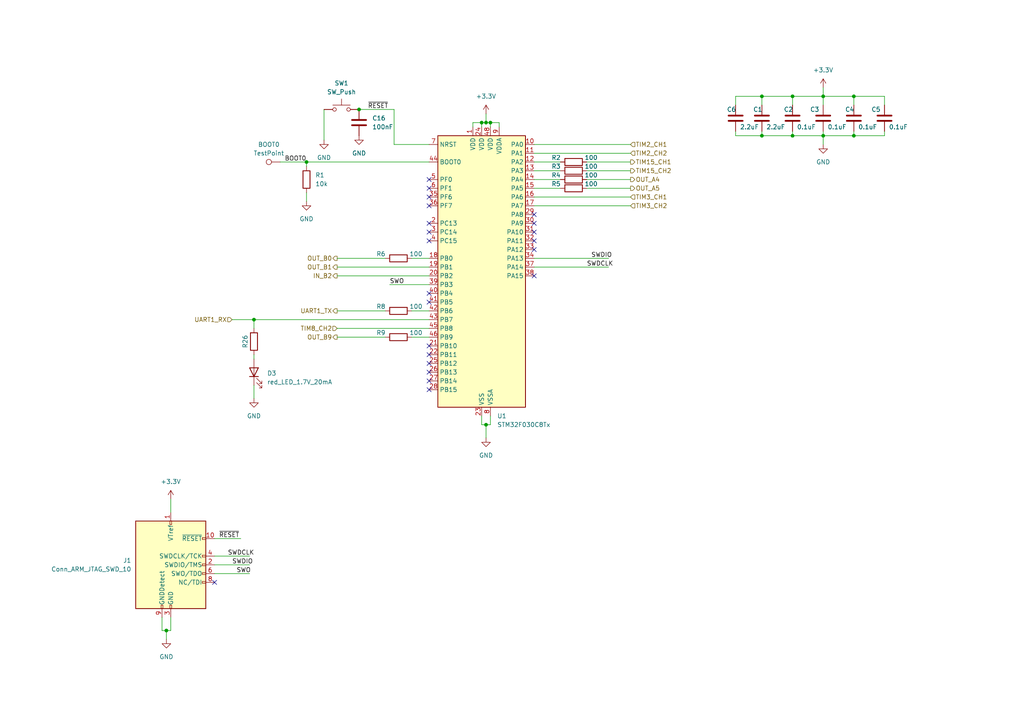
<source format=kicad_sch>
(kicad_sch (version 20230121) (generator eeschema)
  (paper "A4")
  (lib_symbols
    (symbol "Connector:Conn_ARM_JTAG_SWD_10" (pin_names (offset 1.016))
      (property "Reference" "J" (at -2.54 16.51 0))
      (property "Value" "Conn_ARM_JTAG_SWD_10" (at -2.54 13.97 0))
      (symbol "Conn_ARM_JTAG_SWD_10_0_1"
        (rectangle (start -10.16 12.7) (end 10.16 -12.7) (stroke (width 0.254)) (fill (type background)))
        (rectangle (start -2.794 -12.7) (end -2.286 -11.684))
        (rectangle (start -0.254 -12.7) (end 0.254 -11.684))
        (rectangle (start -0.254 12.7) (end 0.254 11.684))
        (rectangle (start 9.144 2.286) (end 10.16 2.794))
        (rectangle (start 10.16 -2.794) (end 9.144 -2.286))
        (rectangle (start 10.16 -0.254) (end 9.144 0.254))
        (rectangle (start 10.16 7.874) (end 9.144 7.366))
      )
      (symbol "Conn_ARM_JTAG_SWD_10_1_1"
        (rectangle (start 9.144 -5.334) (end 10.16 -4.826))
        (pin power_in line (at 0 15.24 270) (length 2.54) (name "VTref") (number "1"))
        (pin open_collector line (at 12.7 7.62 180) (length 2.54) (name "~{RESET}") (number "10"))
        (pin bidirectional line (at 12.7 0 180) (length 2.54) (name "SWDIO/TMS") (number "2"))
        (pin power_in line (at 0 -15.24 90) (length 2.54) (name "GND") (number "3"))
        (pin output line (at 12.7 2.54 180) (length 2.54) (name "SWDCLK/TCK") (number "4"))
        (pin passive line (at 0 -15.24 90) (length 2.54) hide (name "GND") (number "5"))
        (pin input line (at 12.7 -2.54 180) (length 2.54) (name "SWO/TDO") (number "6"))
        (pin no_connect line (at -10.16 0 0) (length 2.54) hide (name "KEY") (number "7"))
        (pin output line (at 12.7 -5.08 180) (length 2.54) (name "NC/TDI") (number "8"))
        (pin passive line (at -2.54 -15.24 90) (length 2.54) (name "GNDDetect") (number "9"))
      )
    )
    (symbol "Connector:TestPoint" (pin_numbers hide) (pin_names (offset 0.762) hide)
      (property "Reference" "TP" (at 0 6.858 0))
      (property "Value" "TestPoint" (at 0 5.08 0))
      (symbol "TestPoint_0_1"
        (circle (center 0 3.302) (radius 0.762))
      )
      (symbol "TestPoint_1_1"
        (pin passive line (at 0 0 90) (length 2.54) (name "1") (number "1"))
      )
    )
    (symbol "Device:C" (pin_numbers hide) (pin_names (offset 0.254))
      (property "Reference" "C" (at 0.635 2.54 0))
      (property "Value" "C" (at 0.635 -2.54 0))
      (symbol "C_0_1"
        (polyline (pts (xy -2.032 -0.762) (xy 2.032 -0.762)) (stroke (width 0.508)))
        (polyline (pts (xy -2.032 0.762) (xy 2.032 0.762)) (stroke (width 0.508)))
      )
      (symbol "C_1_1"
        (pin passive line (at 0 3.81 270) (length 2.794) (name "~") (number "1"))
        (pin passive line (at 0 -3.81 90) (length 2.794) (name "~") (number "2"))
      )
    )
    (symbol "Device:LED" (pin_numbers hide) (pin_names (offset 1.016) hide)
      (property "Reference" "D" (at 0 2.54 0))
      (property "Value" "LED" (at 0 -2.54 0))
      (symbol "LED_0_1"
        (polyline (pts (xy -1.27 -1.27) (xy -1.27 1.27)) (stroke (width 0.254)))
        (polyline (pts (xy -1.27 0) (xy 1.27 0)))
        (polyline (pts (xy 1.27 -1.27) (xy 1.27 1.27) (xy -1.27 0) (xy 1.27 -1.27)) (stroke (width 0.254)))
        (polyline (pts (xy -3.048 -0.762) (xy -4.572 -2.286) (xy -3.81 -2.286) (xy -4.572 -2.286) (xy -4.572 -1.524)))
        (polyline (pts (xy -1.778 -0.762) (xy -3.302 -2.286) (xy -2.54 -2.286) (xy -3.302 -2.286) (xy -3.302 -1.524)))
      )
      (symbol "LED_1_1"
        (pin passive line (at -3.81 0 0) (length 2.54) (name "K") (number "1"))
        (pin passive line (at 3.81 0 180) (length 2.54) (name "A") (number "2"))
      )
    )
    (symbol "Device:R" (pin_numbers hide) (pin_names (offset 0))
      (property "Reference" "R" (at 2.032 0 90))
      (property "Value" "R" (at 0 0 90))
      (symbol "R_0_1"
        (rectangle (start -1.016 -2.54) (end 1.016 2.54) (stroke (width 0.254)))
      )
      (symbol "R_1_1"
        (pin passive line (at 0 3.81 270) (length 1.27) (name "~") (number "1"))
        (pin passive line (at 0 -3.81 90) (length 1.27) (name "~") (number "2"))
      )
    )
    (symbol "MCU_ST_STM32F0:STM32F030C8Tx"
      (property "Reference" "U" (at -12.7 41.91 0))
      (property "Value" "STM32F030C8Tx" (at 7.62 41.91 0))
      (symbol "STM32F030C8Tx_0_1"
        (rectangle (start -12.7 -38.1) (end 12.7 40.64) (stroke (width 0.254)) (fill (type background)))
      )
      (symbol "STM32F030C8Tx_1_1"
        (pin power_in line (at -2.54 43.18 270) (length 2.54) (name "VDD") (number "1"))
        (pin bidirectional line (at 15.24 38.1 180) (length 2.54) (name "PA0") (number "10"))
        (pin bidirectional line (at 15.24 35.56 180) (length 2.54) (name "PA1") (number "11"))
        (pin bidirectional line (at 15.24 33.02 180) (length 2.54) (name "PA2") (number "12"))
        (pin bidirectional line (at 15.24 30.48 180) (length 2.54) (name "PA3") (number "13"))
        (pin bidirectional line (at 15.24 27.94 180) (length 2.54) (name "PA4") (number "14"))
        (pin bidirectional line (at 15.24 25.4 180) (length 2.54) (name "PA5") (number "15"))
        (pin bidirectional line (at 15.24 22.86 180) (length 2.54) (name "PA6") (number "16"))
        (pin bidirectional line (at 15.24 20.32 180) (length 2.54) (name "PA7") (number "17"))
        (pin bidirectional line (at -15.24 5.08 0) (length 2.54) (name "PB0") (number "18"))
        (pin bidirectional line (at -15.24 2.54 0) (length 2.54) (name "PB1") (number "19"))
        (pin bidirectional line (at -15.24 15.24 0) (length 2.54) (name "PC13") (number "2"))
        (pin bidirectional line (at -15.24 0 0) (length 2.54) (name "PB2") (number "20"))
        (pin bidirectional line (at -15.24 -20.32 0) (length 2.54) (name "PB10") (number "21"))
        (pin bidirectional line (at -15.24 -22.86 0) (length 2.54) (name "PB11") (number "22"))
        (pin power_in line (at 0 -40.64 90) (length 2.54) (name "VSS") (number "23"))
        (pin power_in line (at 0 43.18 270) (length 2.54) (name "VDD") (number "24"))
        (pin bidirectional line (at -15.24 -25.4 0) (length 2.54) (name "PB12") (number "25"))
        (pin bidirectional line (at -15.24 -27.94 0) (length 2.54) (name "PB13") (number "26"))
        (pin bidirectional line (at -15.24 -30.48 0) (length 2.54) (name "PB14") (number "27"))
        (pin bidirectional line (at -15.24 -33.02 0) (length 2.54) (name "PB15") (number "28"))
        (pin bidirectional line (at 15.24 17.78 180) (length 2.54) (name "PA8") (number "29"))
        (pin bidirectional line (at -15.24 12.7 0) (length 2.54) (name "PC14") (number "3"))
        (pin bidirectional line (at 15.24 15.24 180) (length 2.54) (name "PA9") (number "30"))
        (pin bidirectional line (at 15.24 12.7 180) (length 2.54) (name "PA10") (number "31"))
        (pin bidirectional line (at 15.24 10.16 180) (length 2.54) (name "PA11") (number "32"))
        (pin bidirectional line (at 15.24 7.62 180) (length 2.54) (name "PA12") (number "33"))
        (pin bidirectional line (at 15.24 5.08 180) (length 2.54) (name "PA13") (number "34"))
        (pin bidirectional line (at -15.24 22.86 0) (length 2.54) (name "PF6") (number "35"))
        (pin bidirectional line (at -15.24 20.32 0) (length 2.54) (name "PF7") (number "36"))
        (pin bidirectional line (at 15.24 2.54 180) (length 2.54) (name "PA14") (number "37"))
        (pin bidirectional line (at 15.24 0 180) (length 2.54) (name "PA15") (number "38"))
        (pin bidirectional line (at -15.24 -2.54 0) (length 2.54) (name "PB3") (number "39"))
        (pin bidirectional line (at -15.24 10.16 0) (length 2.54) (name "PC15") (number "4"))
        (pin bidirectional line (at -15.24 -5.08 0) (length 2.54) (name "PB4") (number "40"))
        (pin bidirectional line (at -15.24 -7.62 0) (length 2.54) (name "PB5") (number "41"))
        (pin bidirectional line (at -15.24 -10.16 0) (length 2.54) (name "PB6") (number "42"))
        (pin bidirectional line (at -15.24 -12.7 0) (length 2.54) (name "PB7") (number "43"))
        (pin input line (at -15.24 33.02 0) (length 2.54) (name "BOOT0") (number "44"))
        (pin bidirectional line (at -15.24 -15.24 0) (length 2.54) (name "PB8") (number "45"))
        (pin bidirectional line (at -15.24 -17.78 0) (length 2.54) (name "PB9") (number "46"))
        (pin passive line (at 0 -40.64 90) (length 2.54) hide (name "VSS") (number "47"))
        (pin power_in line (at 2.54 43.18 270) (length 2.54) (name "VDD") (number "48"))
        (pin bidirectional line (at -15.24 27.94 0) (length 2.54) (name "PF0") (number "5"))
        (pin bidirectional line (at -15.24 25.4 0) (length 2.54) (name "PF1") (number "6"))
        (pin input line (at -15.24 38.1 0) (length 2.54) (name "NRST") (number "7"))
        (pin power_in line (at 2.54 -40.64 90) (length 2.54) (name "VSSA") (number "8"))
        (pin power_in line (at 5.08 43.18 270) (length 2.54) (name "VDDA") (number "9"))
      )
    )
    (symbol "Switch:SW_Push" (pin_numbers hide) (pin_names (offset 1.016) hide)
      (property "Reference" "SW" (at 1.27 2.54 0))
      (property "Value" "SW_Push" (at 0 -1.524 0))
      (symbol "SW_Push_0_1"
        (circle (center -2.032 0) (radius 0.508))
        (polyline (pts (xy 0 1.27) (xy 0 3.048)))
        (polyline (pts (xy 2.54 1.27) (xy -2.54 1.27)))
        (circle (center 2.032 0) (radius 0.508))
        (pin passive line (at -5.08 0 0) (length 2.54) (name "1") (number "1"))
        (pin passive line (at 5.08 0 180) (length 2.54) (name "2") (number "2"))
      )
    )
    (symbol "power:+3.3V" (power) (pin_names (offset 0))
      (property "Value" "+3.3V" (at 0 3.556 0))
      (symbol "+3.3V_0_1"
        (polyline (pts (xy -0.762 1.27) (xy 0 2.54)))
        (polyline (pts (xy 0 0) (xy 0 2.54)))
        (polyline (pts (xy 0 2.54) (xy 0.762 1.27)))
      )
      (symbol "+3.3V_1_1"
        (pin power_in line (at 0 0 90) (length 0) hide (name "+3.3V") (number "1"))
      )
    )
    (symbol "power:GND" (power) (pin_names (offset 0))
      (property "Value" "GND" (at 0 -3.81 0))
      (symbol "GND_0_1"
        (polyline (pts (xy 0 0) (xy 0 -1.27) (xy 1.27 -1.27) (xy 0 -2.54) (xy -1.27 -1.27) (xy 0 -1.27)))
      )
      (symbol "GND_1_1"
        (pin power_in line (at 0 0 270) (length 0) hide (name "GND") (number "1"))
      )
    )
  )
  (junction (at 104.14 31.75))
  (junction (at 247.65 27.94))
  (junction (at 140.97 123.19))
  (junction (at 142.24 35.56))
  (junction (at 229.87 27.94))
  (junction (at 220.98 27.94))
  (junction (at 48.26 182.88))
  (junction (at 139.7 35.56))
  (junction (at 238.76 39.37))
  (junction (at 73.66 92.71))
  (junction (at 229.87 39.37))
  (junction (at 220.98 39.37))
  (junction (at 238.76 27.94))
  (junction (at 140.97 35.56))
  (junction (at 247.65 39.37))
  (junction (at 88.9 46.99))
  (no_connect (at 124.46 69.85))
  (no_connect (at 154.94 62.23))
  (no_connect (at 124.46 105.41))
  (no_connect (at 124.46 102.87))
  (no_connect (at 154.94 80.01))
  (no_connect (at 124.46 54.61))
  (no_connect (at 124.46 57.15))
  (no_connect (at 124.46 110.49))
  (no_connect (at 124.46 85.09))
  (no_connect (at 154.94 69.85))
  (no_connect (at 124.46 52.07))
  (no_connect (at 154.94 67.31))
  (no_connect (at 124.46 64.77))
  (no_connect (at 154.94 64.77))
  (no_connect (at 124.46 67.31))
  (no_connect (at 124.46 59.69))
  (no_connect (at 124.46 107.95))
  (no_connect (at 154.94 72.39))
  (no_connect (at 124.46 87.63))
  (no_connect (at 124.46 100.33))
  (no_connect (at 62.23 168.91))
  (no_connect (at 124.46 113.03))
  (wire (pts (xy 140.97 123.19) (xy 140.97 127)))
  (wire (pts (xy 137.16 36.83) (xy 137.16 35.56)))
  (wire (pts (xy 49.53 144.78) (xy 49.53 148.59)))
  (wire (pts (xy 154.94 57.15) (xy 182.88 57.15)))
  (wire (pts (xy 88.9 46.99) (xy 88.9 48.26)))
  (wire (pts (xy 154.94 59.69) (xy 182.88 59.69)))
  (wire (pts (xy 170.18 52.07) (xy 182.88 52.07)))
  (wire (pts (xy 137.16 35.56) (xy 139.7 35.56)))
  (wire (pts (xy 213.36 39.37) (xy 220.98 39.37)))
  (wire (pts (xy 62.23 161.29) (xy 72.39 161.29)))
  (wire (pts (xy 154.94 41.91) (xy 182.88 41.91)))
  (wire (pts (xy 220.98 38.1) (xy 220.98 39.37)))
  (wire (pts (xy 220.98 27.94) (xy 229.87 27.94)))
  (wire (pts (xy 247.65 38.1) (xy 247.65 39.37)))
  (wire (pts (xy 256.54 30.48) (xy 256.54 27.94)))
  (wire (pts (xy 97.79 80.01) (xy 124.46 80.01)))
  (wire (pts (xy 88.9 55.88) (xy 88.9 58.42)))
  (wire (pts (xy 256.54 38.1) (xy 256.54 39.37)))
  (wire (pts (xy 154.94 49.53) (xy 162.56 49.53)))
  (wire (pts (xy 119.38 74.93) (xy 124.46 74.93)))
  (wire (pts (xy 140.97 35.56) (xy 139.7 35.56)))
  (wire (pts (xy 97.79 74.93) (xy 111.76 74.93)))
  (wire (pts (xy 93.98 31.75) (xy 93.98 40.64)))
  (wire (pts (xy 144.78 35.56) (xy 142.24 35.56)))
  (wire (pts (xy 229.87 27.94) (xy 238.76 27.94)))
  (wire (pts (xy 170.18 49.53) (xy 182.88 49.53)))
  (wire (pts (xy 73.66 92.71) (xy 73.66 95.25)))
  (wire (pts (xy 154.94 54.61) (xy 162.56 54.61)))
  (wire (pts (xy 139.7 123.19) (xy 140.97 123.19)))
  (wire (pts (xy 154.94 46.99) (xy 162.56 46.99)))
  (wire (pts (xy 238.76 39.37) (xy 238.76 41.91)))
  (wire (pts (xy 114.3 41.91) (xy 124.46 41.91)))
  (wire (pts (xy 256.54 27.94) (xy 247.65 27.94)))
  (wire (pts (xy 88.9 46.99) (xy 124.46 46.99)))
  (wire (pts (xy 62.23 166.37) (xy 72.39 166.37)))
  (wire (pts (xy 81.28 46.99) (xy 88.9 46.99)))
  (wire (pts (xy 229.87 30.48) (xy 229.87 27.94)))
  (wire (pts (xy 229.87 39.37) (xy 238.76 39.37)))
  (wire (pts (xy 154.94 52.07) (xy 162.56 52.07)))
  (wire (pts (xy 97.79 97.79) (xy 111.76 97.79)))
  (wire (pts (xy 67.31 92.71) (xy 73.66 92.71)))
  (wire (pts (xy 213.36 38.1) (xy 213.36 39.37)))
  (wire (pts (xy 73.66 111.76) (xy 73.66 115.57)))
  (wire (pts (xy 46.99 179.07) (xy 46.99 182.88)))
  (wire (pts (xy 220.98 39.37) (xy 229.87 39.37)))
  (wire (pts (xy 97.79 90.17) (xy 111.76 90.17)))
  (wire (pts (xy 213.36 27.94) (xy 220.98 27.94)))
  (wire (pts (xy 114.3 31.75) (xy 114.3 41.91)))
  (wire (pts (xy 48.26 182.88) (xy 48.26 185.42)))
  (wire (pts (xy 46.99 182.88) (xy 48.26 182.88)))
  (wire (pts (xy 256.54 39.37) (xy 247.65 39.37)))
  (wire (pts (xy 154.94 77.47) (xy 176.53 77.47)))
  (wire (pts (xy 238.76 27.94) (xy 238.76 30.48)))
  (wire (pts (xy 113.03 82.55) (xy 124.46 82.55)))
  (wire (pts (xy 73.66 102.87) (xy 73.66 104.14)))
  (wire (pts (xy 220.98 30.48) (xy 220.98 27.94)))
  (wire (pts (xy 119.38 90.17) (xy 124.46 90.17)))
  (wire (pts (xy 97.79 95.25) (xy 124.46 95.25)))
  (wire (pts (xy 139.7 35.56) (xy 139.7 36.83)))
  (wire (pts (xy 97.79 77.47) (xy 124.46 77.47)))
  (wire (pts (xy 142.24 123.19) (xy 140.97 123.19)))
  (wire (pts (xy 119.38 97.79) (xy 124.46 97.79)))
  (wire (pts (xy 49.53 179.07) (xy 49.53 182.88)))
  (wire (pts (xy 139.7 120.65) (xy 139.7 123.19)))
  (wire (pts (xy 144.78 36.83) (xy 144.78 35.56)))
  (wire (pts (xy 140.97 33.02) (xy 140.97 35.56)))
  (wire (pts (xy 154.94 74.93) (xy 176.53 74.93)))
  (wire (pts (xy 142.24 35.56) (xy 140.97 35.56)))
  (wire (pts (xy 238.76 38.1) (xy 238.76 39.37)))
  (wire (pts (xy 238.76 25.4) (xy 238.76 27.94)))
  (wire (pts (xy 229.87 38.1) (xy 229.87 39.37)))
  (wire (pts (xy 170.18 46.99) (xy 182.88 46.99)))
  (wire (pts (xy 104.14 31.75) (xy 114.3 31.75)))
  (wire (pts (xy 154.94 44.45) (xy 182.88 44.45)))
  (wire (pts (xy 170.18 54.61) (xy 182.88 54.61)))
  (wire (pts (xy 247.65 39.37) (xy 238.76 39.37)))
  (wire (pts (xy 62.23 163.83) (xy 72.39 163.83)))
  (wire (pts (xy 247.65 27.94) (xy 238.76 27.94)))
  (wire (pts (xy 73.66 92.71) (xy 124.46 92.71)))
  (wire (pts (xy 62.23 156.21) (xy 69.85 156.21)))
  (wire (pts (xy 247.65 30.48) (xy 247.65 27.94)))
  (wire (pts (xy 213.36 30.48) (xy 213.36 27.94)))
  (wire (pts (xy 142.24 120.65) (xy 142.24 123.19)))
  (wire (pts (xy 49.53 182.88) (xy 48.26 182.88)))
  (wire (pts (xy 142.24 36.83) (xy 142.24 35.56)))
  (label "SWDCLK" (at 170.18 77.47 0))
  (label "SWDIO" (at 67.31 163.83 0))
  (label "SWDCLK" (at 66.04 161.29 0))
  (label "SWO" (at 113.03 82.55 0))
  (label "SWO" (at 68.58 166.37 0))
  (label "~{RESET}" (at 106.68 31.75 0))
  (label "SWDIO" (at 171.45 74.93 0))
  (label "BOOT0" (at 82.55 46.99 0))
  (label "~{RESET}" (at 63.5 156.21 0))
  (hierarchical_label "UART1_RX" (shape input) (at 67.31 92.71 180))
  (hierarchical_label "TIM3_CH1" (shape input) (at 182.88 57.15 0))
  (hierarchical_label "OUT_B9" (shape output) (at 97.79 97.79 180))
  (hierarchical_label "TIM2_CH2" (shape input) (at 182.88 44.45 0))
  (hierarchical_label "UART1_TX" (shape output) (at 97.79 90.17 180))
  (hierarchical_label "IN_B2" (shape output) (at 97.79 80.01 180))
  (hierarchical_label "TIM15_CH1" (shape output) (at 182.88 46.99 0))
  (hierarchical_label "TIM8_CH2" (shape input) (at 97.79 95.25 180))
  (hierarchical_label "TIM2_CH1" (shape input) (at 182.88 41.91 0))
  (hierarchical_label "OUT_A4" (shape output) (at 182.88 52.07 0))
  (hierarchical_label "OUT_B1" (shape output) (at 97.79 77.47 180))
  (hierarchical_label "OUT_A5" (shape output) (at 182.88 54.61 0))
  (hierarchical_label "OUT_B0" (shape output) (at 97.79 74.93 180))
  (hierarchical_label "TIM15_CH2" (shape output) (at 182.88 49.53 0))
  (hierarchical_label "TIM3_CH2" (shape input) (at 182.88 59.69 0))
  (symbol (lib_id "power:GND") (at 93.98 40.64 0) (unit 1)
    (property "Reference" "#PWR026" (effects hide))
    (property "Value" "GND" (at 93.98 45.72 0))
  )
  (symbol (lib_id "Device:R") (at 88.9 52.07 0) (unit 1)
    (property "Reference" "R1" (at 91.44 50.8 0) (effects (justify left)))
    (property "Value" "10k" (at 91.44 53.34 0) (effects (justify left)))
    (property "Footprint" "Resistor_SMD:R_0603_1608Metric" (effects hide))
  )
  (symbol (lib_id "Device:R") (at 73.66 99.06 180) (unit 1)
    (property "Reference" "R26" (at 71.12 99.06 90))
    (property "Value" "85" (effects hide))
    (property "Footprint" "Resistor_SMD:R_0603_1608Metric" (effects hide))
  )
  (symbol (lib_id "Device:C") (at 213.36 34.29 0) (unit 1)
    (property "Reference" "C6" (at 210.82 31.75 0) (effects (justify left)))
    (property "Value" "2.2uF" (at 214.63 36.83 0) (effects (justify left)))
    (property "Footprint" "Capacitor_SMD:C_0603_1608Metric" (effects hide))
  )
  (symbol (lib_id "power:GND") (at 48.26 185.42 0) (unit 1)
    (property "Reference" "#PWR06" (effects hide))
    (property "Value" "GND" (at 48.26 190.5 0))
  )
  (symbol (lib_id "Device:C") (at 229.87 34.29 0) (unit 1)
    (property "Reference" "C2" (at 227.33 31.75 0) (effects (justify left)))
    (property "Value" "0.1uF" (at 231.14 36.83 0) (effects (justify left)))
    (property "Footprint" "Capacitor_SMD:C_0603_1608Metric" (effects hide))
  )
  (symbol (lib_id "Connector:TestPoint") (at 81.28 46.99 90) (unit 1)
    (property "Reference" "BOOT0" (at 77.978 41.91 90))
    (property "Value" "TestPoint" (at 77.978 44.45 90))
    (property "Footprint" "TestPoint:TestPoint_Pad_D1.5mm" (effects hide))
  )
  (symbol (lib_id "power:GND") (at 238.76 41.91 0) (unit 1)
    (property "Reference" "#PWR04" (effects hide))
    (property "Value" "GND" (at 238.76 46.99 0))
  )
  (symbol (lib_id "Connector:Conn_ARM_JTAG_SWD_10") (at 49.53 163.83 0) (unit 1)
    (property "Reference" "J1" (at 38.1 162.56 0) (effects (justify right)))
    (property "Value" "Conn_ARM_JTAG_SWD_10" (at 38.1 165.1 0) (effects (justify right)))
    (property "Footprint" "Connector_PinHeader_1.27mm:PinHeader_2x05_P1.27mm_Vertical" (effects hide))
    (property "Datasheet" "http://infocenter.arm.com/help/topic/com.arm.doc.ddi0314h/DDI0314H_coresight_components_trm.pdf" (effects hide))
  )
  (symbol (lib_id "power:GND") (at 73.66 115.57 0) (unit 1)
    (property "Reference" "#PWR033" (effects hide))
    (property "Value" "GND" (at 73.66 120.65 0))
  )
  (symbol (lib_id "Device:R") (at 166.37 54.61 90) (unit 1)
    (property "Reference" "R5" (at 161.29 53.34 90))
    (property "Value" "100" (at 171.45 53.34 90))
    (property "Footprint" "Resistor_SMD:R_0603_1608Metric" (effects hide))
  )
  (symbol (lib_id "Device:R") (at 115.57 74.93 90) (unit 1)
    (property "Reference" "R6" (at 110.49 73.66 90))
    (property "Value" "100" (at 120.65 73.66 90))
    (property "Footprint" "Resistor_SMD:R_0603_1608Metric" (effects hide))
  )
  (symbol (lib_id "Device:R") (at 115.57 90.17 90) (unit 1)
    (property "Reference" "R8" (at 110.49 88.9 90))
    (property "Value" "100" (at 120.65 88.9 90))
    (property "Footprint" "Resistor_SMD:R_0603_1608Metric" (effects hide))
  )
  (symbol (lib_id "Device:R") (at 166.37 46.99 90) (unit 1)
    (property "Reference" "R2" (at 161.29 45.72 90))
    (property "Value" "100" (at 171.45 45.72 90))
    (property "Footprint" "Resistor_SMD:R_0603_1608Metric" (effects hide))
  )
  (symbol (lib_id "MCU_ST_STM32F0:STM32F030C8Tx") (at 139.7 80.01 0) (unit 1)
    (property "Reference" "U1" (at 144.1959 120.65 0) (effects (justify left)))
    (property "Value" "STM32F030C8Tx" (at 144.1959 123.19 0) (effects (justify left)))
    (property "Footprint" "Package_QFP:LQFP-48_7x7mm_P0.5mm" (effects hide))
    (property "Datasheet" "https://www.st.com/resource/en/datasheet/stm32f030c8.pdf" (effects hide))
  )
  (symbol (lib_id "Device:R") (at 115.57 97.79 90) (unit 1)
    (property "Reference" "R9" (at 110.49 96.52 90))
    (property "Value" "100" (at 120.65 96.52 90))
    (property "Footprint" "Resistor_SMD:R_0603_1608Metric" (effects hide))
  )
  (symbol (lib_id "power:+3.3V") (at 238.76 25.4 0) (unit 1)
    (property "Reference" "#PWR03" (effects hide))
    (property "Value" "+3.3V" (at 238.76 20.32 0))
  )
  (symbol (lib_id "Device:R") (at 166.37 49.53 90) (unit 1)
    (property "Reference" "R3" (at 161.29 48.26 90))
    (property "Value" "100" (at 171.45 48.26 90))
    (property "Footprint" "Resistor_SMD:R_0603_1608Metric" (effects hide))
  )
  (symbol (lib_id "Device:C") (at 247.65 34.29 0) (unit 1)
    (property "Reference" "C4" (at 245.11 31.75 0) (effects (justify left)))
    (property "Value" "0.1uF" (at 248.92 36.83 0) (effects (justify left)))
    (property "Footprint" "Capacitor_SMD:C_0603_1608Metric" (effects hide))
  )
  (symbol (lib_id "Device:C") (at 256.54 34.29 0) (unit 1)
    (property "Reference" "C5" (at 252.73 31.75 0) (effects (justify left)))
    (property "Value" "0.1uF" (at 257.81 36.83 0) (effects (justify left)))
    (property "Footprint" "Capacitor_SMD:C_0603_1608Metric" (effects hide))
  )
  (symbol (lib_id "power:+3.3V") (at 140.97 33.02 0) (unit 1)
    (property "Reference" "#PWR01" (effects hide))
    (property "Value" "+3.3V" (at 140.97 27.94 0))
  )
  (symbol (lib_id "power:GND") (at 104.14 39.37 0) (unit 1)
    (property "Reference" "#PWR025" (effects hide))
    (property "Value" "GND" (at 104.14 44.45 0))
  )
  (symbol (lib_id "Switch:SW_Push") (at 99.06 31.75 0) (unit 1)
    (property "Reference" "SW1" (at 99.06 24.13 0))
    (property "Value" "SW_Push" (at 99.06 26.67 0))
    (property "Footprint" "Button_Switch_SMD:Panasonic_EVQPUK_EVQPUB" (effects hide))
  )
  (symbol (lib_id "Device:C") (at 104.14 35.56 0) (unit 1)
    (property "Reference" "C16" (at 107.95 34.29 0) (effects (justify left)))
    (property "Value" "100nF" (at 107.95 36.83 0) (effects (justify left)))
    (property "Footprint" "Capacitor_SMD:C_0603_1608Metric" (effects hide))
  )
  (symbol (lib_id "Device:C") (at 238.76 34.29 0) (unit 1)
    (property "Reference" "C3" (at 234.95 31.75 0) (effects (justify left)))
    (property "Value" "0.1uF" (at 240.03 36.83 0) (effects (justify left)))
    (property "Footprint" "Capacitor_SMD:C_0603_1608Metric" (effects hide))
  )
  (symbol (lib_id "power:GND") (at 88.9 58.42 0) (unit 1)
    (property "Reference" "#PWR07" (effects hide))
    (property "Value" "GND" (at 88.9 63.5 0))
  )
  (symbol (lib_id "power:+3.3V") (at 49.53 144.78 0) (unit 1)
    (property "Reference" "#PWR05" (effects hide))
    (property "Value" "+3.3V" (at 49.53 139.7 0))
  )
  (symbol (lib_id "Device:R") (at 166.37 52.07 90) (unit 1)
    (property "Reference" "R4" (at 161.29 50.8 90))
    (property "Value" "100" (at 171.45 50.8 90))
    (property "Footprint" "Resistor_SMD:R_0603_1608Metric" (effects hide))
  )
  (symbol (lib_id "power:GND") (at 140.97 127 0) (unit 1)
    (property "Reference" "#PWR02" (effects hide))
    (property "Value" "GND" (at 140.97 132.08 0))
  )
  (symbol (lib_id "Device:LED") (at 73.66 107.95 90) (unit 1)
    (property "Reference" "D3" (at 77.47 108.2675 90) (effects (justify right)))
    (property "Value" "red_LED_1.7V_20mA" (at 77.47 110.8075 90) (effects (justify right)))
    (property "Footprint" "LED_SMD:LED_0603_1608Metric" (effects hide))
  )
  (symbol (lib_id "Device:C") (at 220.98 34.29 0) (unit 1)
    (property "Reference" "C1" (at 218.44 31.75 0) (effects (justify left)))
    (property "Value" "2.2uF" (at 222.25 36.83 0) (effects (justify left)))
    (property "Footprint" "Capacitor_SMD:C_0603_1608Metric" (effects hide))
  )
)
</source>
